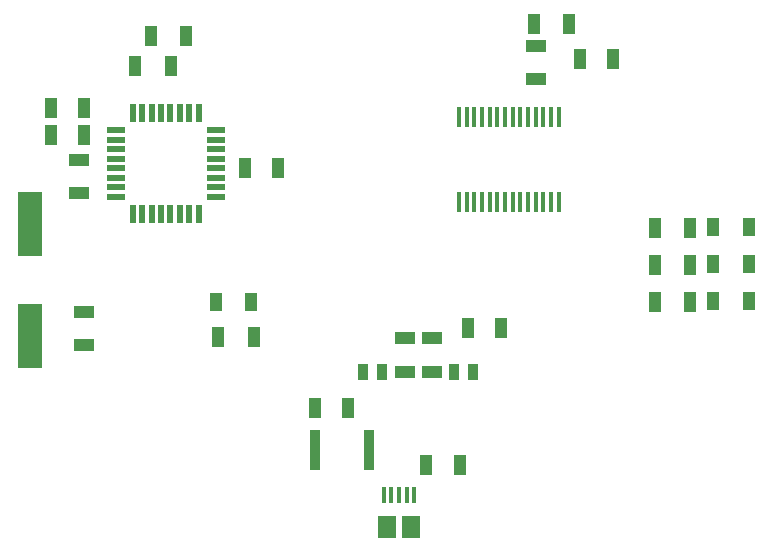
<source format=gtp>
G04 #@! TF.GenerationSoftware,KiCad,Pcbnew,(5.1.9)-1*
G04 #@! TF.CreationDate,2021-05-02T01:08:58+02:00*
G04 #@! TF.ProjectId,atmega32,61746d65-6761-4333-922e-6b696361645f,rev?*
G04 #@! TF.SameCoordinates,Original*
G04 #@! TF.FileFunction,Paste,Top*
G04 #@! TF.FilePolarity,Positive*
%FSLAX46Y46*%
G04 Gerber Fmt 4.6, Leading zero omitted, Abs format (unit mm)*
G04 Created by KiCad (PCBNEW (5.1.9)-1) date 2021-05-02 01:08:58*
%MOMM*%
%LPD*%
G01*
G04 APERTURE LIST*
%ADD10R,1.020000X1.820000*%
%ADD11R,2.000000X5.500000*%
%ADD12R,1.820000X1.020000*%
%ADD13R,1.050000X1.800000*%
%ADD14R,1.100000X1.550000*%
%ADD15R,1.700000X1.100000*%
%ADD16R,1.100000X1.700000*%
%ADD17R,0.850000X3.430000*%
%ADD18R,0.960000X1.390000*%
%ADD19R,0.450000X1.750000*%
%ADD20R,0.550000X1.600000*%
%ADD21R,1.600000X0.550000*%
%ADD22R,1.500000X1.900000*%
%ADD23R,0.400000X1.350000*%
G04 APERTURE END LIST*
D10*
X123574000Y-121158000D03*
X120774000Y-121158000D03*
X104394000Y-118364000D03*
X107194000Y-118364000D03*
X104388000Y-116078000D03*
X107188000Y-116078000D03*
D11*
X102630000Y-125900000D03*
X102630000Y-135400000D03*
D12*
X106770000Y-123320000D03*
X106770000Y-120520000D03*
X107188000Y-133350000D03*
X107188000Y-136150000D03*
D13*
X121555000Y-135500000D03*
X118555000Y-135500000D03*
D14*
X118330000Y-132530000D03*
X121330000Y-132530000D03*
D13*
X148240000Y-108960000D03*
X145240000Y-108960000D03*
D10*
X151990000Y-111980000D03*
X149190000Y-111980000D03*
D13*
X111506000Y-112522000D03*
X114506000Y-112522000D03*
X112824000Y-109982000D03*
X115824000Y-109982000D03*
D10*
X139680000Y-134710000D03*
X142480000Y-134710000D03*
D13*
X155490000Y-132485000D03*
X158490000Y-132485000D03*
D14*
X163450000Y-132410000D03*
X160450000Y-132410000D03*
D15*
X136652000Y-138430000D03*
X136652000Y-135530000D03*
X134366000Y-138430000D03*
X134366000Y-135530000D03*
D16*
X136144000Y-146304000D03*
X139044000Y-146304000D03*
D17*
X131318000Y-145034000D03*
X126718000Y-145034000D03*
D12*
X145420000Y-113640000D03*
X145420000Y-110840000D03*
D10*
X126746000Y-141478000D03*
X129546000Y-141478000D03*
D18*
X140120000Y-138440000D03*
X138500000Y-138440000D03*
X130762000Y-138430000D03*
X132382000Y-138430000D03*
D13*
X155490000Y-129367500D03*
X158490000Y-129367500D03*
X155490000Y-126250000D03*
X158490000Y-126250000D03*
D19*
X147375000Y-124040000D03*
X146725000Y-124040000D03*
X146075000Y-124040000D03*
X145425000Y-124040000D03*
X144775000Y-124040000D03*
X144125000Y-124040000D03*
X143475000Y-124040000D03*
X142825000Y-124040000D03*
X142175000Y-124040000D03*
X141525000Y-124040000D03*
X140875000Y-124040000D03*
X140225000Y-124040000D03*
X139575000Y-124040000D03*
X138925000Y-124040000D03*
X138925000Y-116840000D03*
X139575000Y-116840000D03*
X140225000Y-116840000D03*
X140875000Y-116840000D03*
X141525000Y-116840000D03*
X142175000Y-116840000D03*
X142825000Y-116840000D03*
X143475000Y-116840000D03*
X144125000Y-116840000D03*
X144775000Y-116840000D03*
X145425000Y-116840000D03*
X146075000Y-116840000D03*
X146725000Y-116840000D03*
X147375000Y-116840000D03*
D14*
X163450000Y-129292500D03*
X160450000Y-129292500D03*
D20*
X111300000Y-116550000D03*
X112100000Y-116550000D03*
X112900000Y-116550000D03*
X113700000Y-116550000D03*
X114500000Y-116550000D03*
X115300000Y-116550000D03*
X116100000Y-116550000D03*
X116900000Y-116550000D03*
D21*
X118350000Y-118000000D03*
X118350000Y-118800000D03*
X118350000Y-119600000D03*
X118350000Y-120400000D03*
X118350000Y-121200000D03*
X118350000Y-122000000D03*
X118350000Y-122800000D03*
X118350000Y-123600000D03*
D20*
X116900000Y-125050000D03*
X116100000Y-125050000D03*
X115300000Y-125050000D03*
X114500000Y-125050000D03*
X113700000Y-125050000D03*
X112900000Y-125050000D03*
X112100000Y-125050000D03*
X111300000Y-125050000D03*
D21*
X109850000Y-123600000D03*
X109850000Y-122800000D03*
X109850000Y-122000000D03*
X109850000Y-121200000D03*
X109850000Y-120400000D03*
X109850000Y-119600000D03*
X109850000Y-118800000D03*
X109850000Y-118000000D03*
D22*
X132858000Y-151544000D03*
D23*
X133858000Y-148844000D03*
X134508000Y-148844000D03*
X135158000Y-148844000D03*
X132558000Y-148844000D03*
X133208000Y-148844000D03*
D22*
X134858000Y-151544000D03*
D14*
X163450000Y-126175000D03*
X160450000Y-126175000D03*
M02*

</source>
